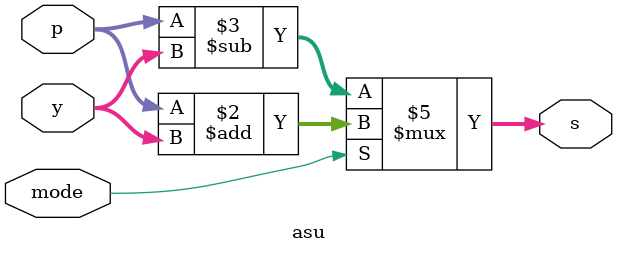
<source format=v>
module asu (input [9:0] y, p,input mode, output reg [9:0] s);
    always @(mode,y,p) begin
        s = 0;
        if (mode) s = p + y;
        else s = p - y;
    end
    //m determines adding (1) or subtracting (0)
endmodule

</source>
